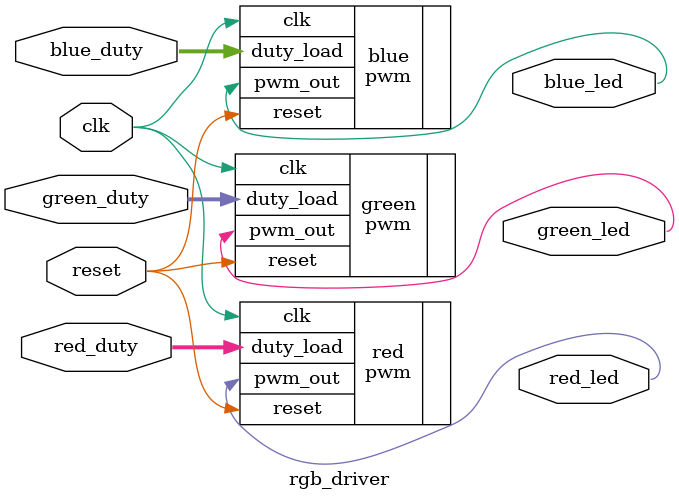
<source format=v>
`timescale 1ns / 1ps


module rgb_driver
    #(parameter size = 8) // 8 bit or 256 count duty cycle
    (
    input clk,
    input reset,
    input [size - 1:0] red_duty, green_duty, blue_duty, // duty values for each color LED
    output red_led, green_led, blue_led // led select output
    );
    
    pwm #(.size(size)) red( // instantiate a pwm module for each rgb led
        .clk(clk),
        .reset(reset),
        .duty_load(red_duty),
        .pwm_out(red_led)
    );
    
        pwm #(.size(size)) green(
        .clk(clk),
        .reset(reset),
        .duty_load(green_duty),
        .pwm_out(green_led)
    );
    
        pwm #(.size(size)) blue(
        .clk(clk),
        .reset(reset),
        .duty_load(blue_duty),
        .pwm_out(blue_led)
    );
    
endmodule

</source>
